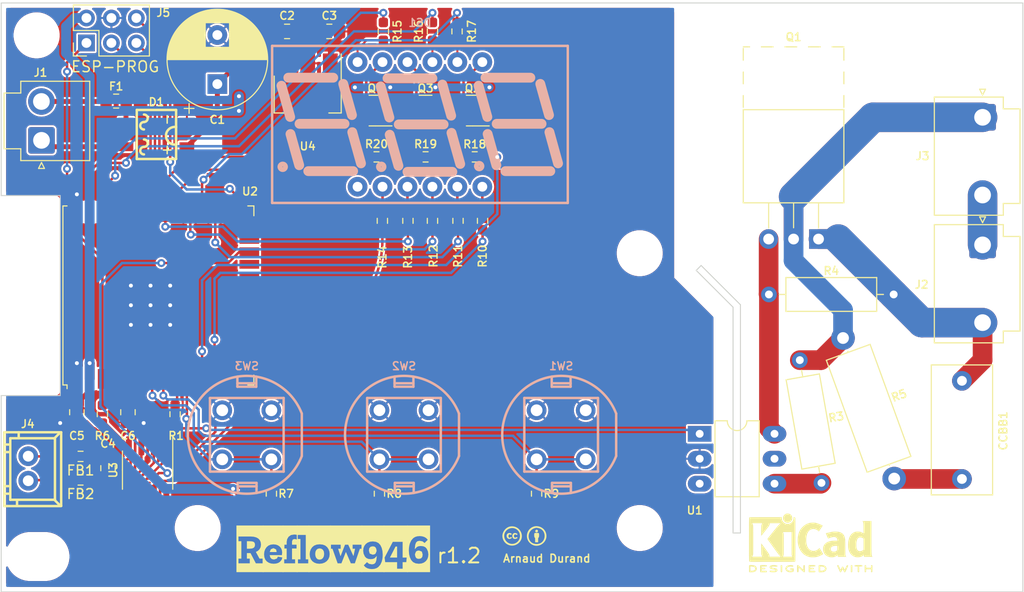
<source format=kicad_pcb>
(kicad_pcb (version 20240108) (generator "pcbnew") (generator_version "8.0")
  (layers (0 "F.Cu" signal) (31 "B.Cu" signal) (34 "B.Paste" user) (35 "F.Paste" user) (36 "B.SilkS" user "B.Silkscreen") (37 "F.SilkS" user "F.Silkscreen") (38 "B.Mask" user) (39 "F.Mask" user) (44 "Edge.Cuts" user))
  (net 0 "")
  (net 1 "Net-(D1-+)")
  (net 2 "Net-(U3-T+)")
  (net 3 "Net-(U3-T-)")
  (net 4 "/ENABLE")
  (net 5 "Net-(CCBB1-Pad1)")
  (net 6 "Net-(J2-Pin_2)")
  (net 7 "Net-(J1-Pin_1)")
  (net 8 "Net-(DS1-g)")
  (net 9 "Net-(DS1-d)")
  (net 10 "Net-(DS1-f)")
  (net 11 "Net-(DS1-DIG3)")
  (net 12 "Net-(DS1-c)")
  (net 13 "Net-(DS1-e)")
  (net 14 "GND")
  (net 15 "Net-(DS1-a)")
  (net 16 "+3.3V")
  (net 17 "Net-(DS1-DIG2)")
  (net 18 "Net-(DS1-b)")
  (net 19 "Net-(DS1-DIG1)")
  (net 20 "Net-(D1-Pad1)")
  (net 21 "Net-(DS1-dp)")
  (net 22 "Net-(J1-Pin_2)")
  (net 23 "Net-(J4-Pin_1)")
  (net 24 "Net-(J4-Pin_2)")
  (net 25 "Net-(R1-Pad2)")
  (net 26 "Net-(J2-Pin_1)")
  (net 28 "Net-(J3-Pin_1)")
  (net 29 "/TX")
  (net 30 "/RX")
  (net 31 "/IO0")
  (net 32 "Net-(Q1-G)")
  (net 33 "Net-(Q2-B)")
  (net 34 "Net-(Q3-B)")
  (net 35 "Net-(Q4-B)")
  (net 38 "/firingpulse")
  (net 39 "/d2")
  (net 40 "/button3")
  (net 41 "/button2")
  (net 42 "/button1")
  (net 43 "/e")
  (net 50 "/d")
  (net 52 "/dp")
  (net 54 "/c")
  (net 55 "/g")
  (net 56 "/b")
  (net 57 "/f")
  (net 58 "/a")
  (net 60 "/d3")
  (net 61 "/d1")
  (net 62 "/MISO")
  (net 63 "/CLK")
  (net 64 "/CS")
  (net 68 "Net-(R3-Pad1)")
  (footprint "kibuzzard-632CED8E" (layer "F.Cu") (at 133.8 125.61488)
    (property "Reference" "kibuzzard-632CED8E" (hide yes))
    (property "Value" "G***" (hide yes))
  )
  (footprint "Connector_PinHeader_2.54mm:PinHeader_2x03_P2.54mm_Vertical" (layer "F.Cu") (at 108.675 74.075 90)
    (property "Reference" "J5")
    (property "Value" "HDR-M-2.54_2x3" (hide yes))
  )
  (footprint "reflow946:MB-F" (layer "F.Cu") (at 115.8 83.4)
    (property "Reference" "D1")
    (property "Value" "MB6F" (hide yes))
  )
  (footprint "RF_Module:ESP32-WROOM-32U" (layer "F.Cu") (at 116 99.8 90)
    (property "Reference" "U2")
    (property "Value" "ESP32-WROOM-32U" (hide yes))
  )
  (footprint "reflow946:MountingHole_4.5x6mm" (layer "F.Cu") (at 103.7 126.4)
    (property "Reference" "REF**" (hide yes))
    (property "Value" "MountingHole_4.5x6mm" (hide yes))
  )
  (footprint "Resistor_SMD:R_0603_1608Metric_Pad0.98x0.95mm_HandSolder" (layer "F.Cu") (at 143.9 92.2 90)
    (property "Reference" "R12")
    (property "Value" "220R" (hide yes))
  )
  (footprint "Capacitor_SMD:C_0805_2012Metric_Pad1.18x1.45mm_HandSolder" (layer "F.Cu") (at 112.9 111.7 90)
    (property "Reference" "C6")
    (property "Value" "0.01u" (hide yes))
  )
  (footprint "Capacitor_SMD:C_0805_2012Metric_Pad1.18x1.45mm_HandSolder" (layer "F.Cu") (at 133.4 72.9)
    (property "Reference" "C3")
    (property "Value" "10u" (hide yes))
  )
  (footprint "Resistor_SMD:R_0603_1608Metric_Pad0.98x0.95mm_HandSolder" (layer "F.Cu") (at 154.5 120 -90)
    (property "Reference" "R9")
    (property "Value" "10k" (hide yes))
  )
  (footprint "Capacitor_SMD:C_0805_2012Metric_Pad1.18x1.45mm_HandSolder" (layer "F.Cu") (at 107.7 111.7 90)
    (property "Reference" "C5")
    (property "Value" "10u" (hide yes))
  )
  (footprint "reflow946:MountingHole_4.2mm" (layer "F.Cu") (at 165 95.5)
    (property "Reference" "REF**" (hide yes))
    (property "Value" "MountingHole_4.2mm" (hide yes))
  )
  (footprint "Resistor_SMD:R_0603_1608Metric_Pad0.98x0.95mm_HandSolder" (layer "F.Cu") (at 108.077 116.2 180)
    (property "Reference" "FB1")
    (property "Value" "FerriteBead")
  )
  (footprint "Resistor_SMD:R_0603_1608Metric_Pad0.98x0.95mm_HandSolder" (layer "F.Cu") (at 108.077 118.6 180)
    (property "Reference" "FB2")
    (property "Value" "FerriteBead")
  )
  (footprint "Resistor_SMD:R_0603_1608Metric_Pad0.98x0.95mm_HandSolder" (layer "F.Cu") (at 117.7 111.9 -90)
    (property "Reference" "R1")
    (property "Value" "220R" (hide yes))
  )
  (footprint "Resistor_SMD:R_0603_1608Metric_Pad0.98x0.95mm_HandSolder" (layer "F.Cu") (at 146.4 72.9 -90)
    (property "Reference" "R17")
    (property "Value" "220R" (hide yes))
  )
  (footprint "Symbol:KiCad-Logo2_5mm_SilkScreen" (layer "F.Cu") (at 182.4 125)
    (property "Reference" "REF**" (hide yes))
    (property "Value" "KiCad-Logo2_5mm_SilkScreen" (hide yes))
  )
  (footprint "reflow946:CONN-TH_XH-2A" (layer "F.Cu") (at 102.75 117.43 -90)
    (property "Reference" "J4")
    (property "Value" "XH-A2" (hide yes))
  )
  (footprint "Resistor_SMD:R_0603_1608Metric_Pad0.98x0.95mm_HandSolder" (layer "F.Cu") (at 143.9 72.9 -90)
    (property "Reference" "R16")
    (property "Value" "220R" (hide yes))
  )
  (footprint "Capacitor_THT:CP_Radial_D10.0mm_P5.00mm" (layer "F.Cu") (at 122 78.267677 90)
    (property "Reference" "C1")
    (property "Value" "1000u" (hide yes))
  )
  (footprint "Resistor_SMD:R_0603_1608Metric_Pad0.98x0.95mm_HandSolder" (layer "F.Cu") (at 141.4 92.2 90)
    (property "Reference" "R13")
    (property "Value" "220R" (hide yes))
  )
  (footprint "Connector_JST:JST_VH_B2P3-VH_1x02_P7.92mm_Vertical" (layer "F.Cu") (at 199.9 94.65 -90)
    (property "Reference" "J2")
    (property "Value" "VH-3A2" (hide yes))
  )
  (footprint "Package_TO_SOT_SMD:SOT-223-3_TabPin2" (layer "F.Cu") (at 131.2 79.3 -90)
    (property "Reference" "U4")
    (property "Value" "AMS1117-3.3" (hide yes))
  )
  (footprint "Connector_JST:JST_VH_B2P3-VH_1x02_P7.92mm_Vertical" (layer "F.Cu") (at 199.9 81.65 -90)
    (property "Reference" "J3")
    (property "Value" "VH-3A2" (hide yes))
  )
  (footprint "Resistor_THT:R_Axial_DIN0414_L11.9mm_D4.5mm_P15.24mm_Horizontal" (layer "F.Cu") (at 190.906194 118.460458 110)
    (property "Reference" "R5")
    (property "Value" "100R" (hide yes))
  )
  (footprint "Capacitor_SMD:C_0805_2012Metric_Pad1.18x1.45mm_HandSolder" (layer "F.Cu") (at 129.1 72.9 180)
    (property "Reference" "C2")
    (property "Value" "10u" (hide yes))
  )
  (footprint "Capacitor_SMD:C_0805_2012Metric_Pad1.18x1.45mm_HandSolder" (layer "F.Cu") (at 110.871 117.4 -90)
    (property "Reference" "C4")
    (property "Value" "0.01u" (hide yes))
  )
  (footprint "Package_TO_SOT_SMD:SOT-23" (layer "F.Cu") (at 143.2 80.968344 180)
    (property "Reference" "Q3")
    (property "Value" "MMBT3906" (hide yes))
  )
  (footprint "reflow946:MountingHole_4.2mm" (layer "F.Cu") (at 120 123.5)
    (property "Reference" "REF**" (hide yes))
    (property "Value" "MountingHole_4.2mm" (hide yes))
  )
  (footprint "Resistor_SMD:R_0603_1608Metric_Pad0.98x0.95mm_HandSolder" (layer "F.Cu") (at 148.2 85.683858 180)
    (property "Reference" "R18")
    (property "Value" "1k" (hide yes))
  )
  (footprint "Package_DIP:DIP-6_W7.62mm_LongPads" (layer "F.Cu") (at 171.1 113.9)
    (property "Reference" "U1")
    (property "Value" "MOC3041M" (hide yes))
  )
  (footprint "Resistor_THT:R_Axial_DIN0309_L9.0mm_D3.2mm_P12.70mm_Horizontal" (layer "F.Cu") (at 178.15 99.7)
    (property "Reference" "R4")
    (property "Value" "330R" (hide yes))
  )
  (footprint "Resistor_SMD:R_0603_1608Metric_Pad0.98x0.95mm_HandSolder" (layer "F.Cu") (at 143.2 85.683858)
    (property "Reference" "R19")
    (property "Value" "1k" (hide yes))
  )
  (footprint "Resistor_SMD:R_0603_1608Metric_Pad0.98x0.95mm_HandSolder" (layer "F.Cu") (at 138.9 72.9 -90)
    (property "Reference" "R15")
    (property "Value" "220R" (hide yes))
  )
  (footprint "Package_TO_SOT_SMD:SOT-23" (layer "F.Cu") (at 138.1 80.968344 180)
    (property "Reference" "Q4")
    (property "Value" "MMBT3906" (hide yes))
  )
  (footprint "reflow946:MountingHole_4.2mm" (layer "F.Cu") (at 194.6 73.3)
    (property "Reference" "REF**" (hide yes))
    (property "Value" "MountingHole_4.2mm" (hide yes))
  )
  (footprint "Resistor_SMD:R_0603_1608Metric_Pad0.98x0.95mm_HandSolder" (layer "F.Cu") (at 138.8 92.2 90)
    (property "Reference" "R14")
    (property "Value" "220R" (hide yes))
  )
  (footprint "Connector_JST:JST_VH_B2P-VH_1x02_P3.96mm_Vertical" (layer "F.Cu") (at 104.1 84 90)
    (property "Reference" "J1")
    (property "Value" "VH-2A" (hide yes))
  )
  (footprint "reflow946:MountingHole_4.5x6mm" (layer "F.Cu") (at 194.6 126.4)
    (property "Reference" "REF**" (hide yes))
    (property "Value" "MountingHole_4.5x6mm" (hide yes))
  )
  (footprint "Resistor_THT:R_Axial_DIN0309_L9.0mm_D3.2mm_P12.70mm_Horizontal" (layer "F.Cu") (at 183.5 118.9 100)
    (property "Reference" "R3")
    (property "Value" "30R" (hide yes))
  )
  (footprint "Package_TO_SOT_SMD:SOT-23" (layer "F.Cu") (at 148 80.968344 180)
    (property "Reference" "Q2")
    (property "Value" "MMBT3906" (hide yes))
  )
  (footprint "reflow946:MountingHole_4.2mm" (layer "F.Cu") (at 165 123.5)
    (property "Reference" "REF**" (hide yes))
    (property "Value" "MountingHole_4.2mm" (hide yes))
  )
  (footprint "Fuse:Fuse_0805_2012Metric_Pad1.15x1.40mm_HandSolder" (layer "F.Cu") (at 111.7 80)
    (property "Reference" "F1")
    (property "Value" "SMD0805-020-16V" (hide yes))
  )
  (footprint "Resistor_SMD:R_0603_1608Metric_Pad0.98x0.95mm_HandSolder" (layer "F.Cu") (at 127.5 120 -90)
    (property "Reference" "R7")
    (property "Value" "10k" (hide yes))
  )
  (footprint "Resistor_SMD:R_0603_1608Metric_Pad0.98x0.95mm_HandSolder" (layer "F.Cu") (at 138.2 85.683858)
    (property "Reference" "R20")
    (property "Value" "1k" (hide yes))
  )
  (footprint "Package_TO_SOT_THT:TO-220-3_Horizontal_TabUp" (layer "F.Cu") (at 183.2 94.055 180)
    (property "Reference" "Q1")
    (property "Value" "BTA16-600BRG" (hide yes))
  )
  (footprint "Package_SO:SOIC-8_3.9x4.9mm_P1.27mm" (layer "F.Cu") (at 114.9 117.6 -90)
    (property "Reference" "U3")
    (property "Value" "MAX31855KASA" (hide yes))
  )
  (footprint "Resistor_SMD:R_0603_1608Metric_Pad0.98x0.95mm_HandSolder" (layer "F.Cu") (at 146.5 92.2 90)
    (property "Reference" "R11")
    (property "Value" "220R" (hide yes))
  )
  (footprint "Resistor_SMD:R_0603_1608Metric_Pad0.98x0.95mm_HandSolder" (layer "F.Cu") (at 138.5 120 -90)
    (property "Reference" "R8")
    (property "Value" "10k" (hide yes))
  )
  (footprint "Resistor_SMD:R_0603_1608Metric_Pad0.98x0.95mm_HandSolder" (layer "F.Cu") (at 149 92.2 90)
    (property "Reference" "R10")
    (property "Value" "220R" (hide yes))
  )
  (footprint "reflow946:MountingHole_4.2mm" (layer "F.Cu") (at 103.6 73.3)
    (property "Reference" "REF**" (hide yes))
    (property "Value" "MountingHole_4.2mm" (hide yes))
  )
  (footprint "Resistor_SMD:R_0603_1608Metric_Pad0.98x0.95mm_HandSolder" (layer "F.Cu") (at 110.3 111.9 -90)
    (property "Reference" "R6")
    (property "Value" "10k" (hide yes))
  )
  (footprint "Capacitor_THT:C_Rect_L13.0mm_W6.0mm_P10.00mm_FKS3_FKP3_MKS4" (layer "F.Cu") (at 197.8 118.5 90)
    (property "Reference" "CCBB1")
    (property "Value" "100n" (hide yes))
  )
  (footprint "reflow946:FJ4301BH" (layer "B.Cu") (at 142.625 82.37513 180)
    (property "Reference" "DS1")
    (property "Value" "FJ4301BH" (hide yes))
  )
  (footprint "reflow946:SW-TH_D6C10F1LFS" (layer "B.Cu") (at 125 114 180)
    (property "Reference" "SW3")
    (property "Value" "SW_Push" (hide yes))
  )
  (footprint "reflow946:SW-TH_D6C10F1LFS" (layer "B.Cu") (at 141 114 180)
    (property "Reference" "SW2")
    (property "Value" "SW_Push" (hide yes))
  )
  (footprint "reflow946:SW-TH_D6C10F1LFS" (layer "B.Cu") (at 157 114 180)
    (property "Reference" "SW1")
    (property "Value" "SW_Push" (hide yes))
  )
  (gr_poly (pts (xy 151.7124 124.00432) (xy 151.6616 124.01093) (xy 151.61283 124.02566) (xy 151.56863 124.04801) (xy 151.53155 124.07747) (xy 151.50158 124.11253) (xy 151.4777 124.15215) (xy 151.46094 124.19533) (xy 151.45027 124.24054) (xy 151.44621 124.28728) (xy 151.44875 124.33452) (xy 151.45687 124.38126) (xy 151.4711 124.42647) (xy 151.49142 124.46914) (xy 151.51733 124.50775) (xy 151.54933 124.54179) (xy 151.58641 124.57023) (xy 151.62959 124.59157) (xy 151.67735 124.60529) (xy 151.74593 124.60935) (xy 151.81349 124.59868) (xy 151.87496 124.57633) (xy 151.92576 124.54636) (xy 151.96132 124.51232) (xy 151.97656 124.47778) (xy 151.96691 124.44527) (xy 151.92779 124.41987) (xy 151.90493 124.41631) (xy 151.87902 124.42037) (xy 151.85362 124.43104) (xy 151.79419 124.47676) (xy 151.7571 124.48895) (xy 151.72307 124.48641) (xy 151.69259 124.47016) (xy 151.66719 124.4412) (xy 151.6489 124.40056) (xy 151.63874 124.34976) (xy 151.63874 124.28982) (xy 151.66211 124.20701) (xy 151.70884 124.15672) (xy 151.76828 124.14453) (xy 151.82873 124.17806) (xy 151.84651 124.19025) (xy 151.86785 124.19431) (xy 151.89172 124.19076) (xy 151.91915 124.17958) (xy 151.95116 124.15621) (xy 151.96691 124.13234) (xy 151.96741 124.10745) (xy 151.95471 124.08357) (xy 151.93135 124.06071) (xy 151.89833 124.0409) (xy 151.85819 124.02413) (xy 151.81247 124.01194) (xy 151.76371 124.00483)) (fill solid) (layer "F.SilkS"))
  (gr_poly (pts (xy 154.4937 123.30684) (xy 154.43883 123.30785) (xy 154.38397 123.31192) (xy 154.32911 123.31903) (xy 154.27526 123.33021) (xy 154.21989 123.34494) (xy 154.16604 123.36272) (xy 154.11422 123.38253) (xy 154.06444 123.40539) (xy 154.01618 123.43079) (xy 153.97046 123.45822) (xy 153.92626 123.48819) (xy 153.84447 123.55423) (xy 153.77081 123.62789) (xy 153.73729 123.66752) (xy 153.67683 123.75083) (xy 153.64991 123.79452) (xy 153.60317 123.88596) (xy 153.56558 123.98146) (xy 153.53815 124.08001) (xy 153.52748 124.13031) (xy 153.51986 124.1806) (xy 153.51224 124.28321) (xy 153.51349 124.35992) (xy 153.6875 124.35992) (xy 153.69004 124.27559) (xy 153.7002 124.19127) (xy 153.70833 124.1491) (xy 153.73119 124.06681) (xy 153.76218 123.98603) (xy 153.80129 123.90831) (xy 153.84905 123.83414) (xy 153.90442 123.76455) (xy 153.96843 123.70003) (xy 154.04107 123.6411) (xy 154.08019 123.61418) (xy 154.12133 123.58929) (xy 154.16502 123.56592) (xy 154.21074 123.54458) (xy 154.30777 123.50851) (xy 154.35959 123.49378) (xy 154.46931 123.47143) (xy 154.52265 123.47753) (xy 154.6334 123.49429) (xy 154.735 123.51664) (xy 154.78275 123.53087) (xy 154.82847 123.54763) (xy 154.91331 123.58776) (xy 154.99001 123.63551) (xy 155.05809 123.68987) (xy 155.11854 123.75083) (xy 155.14597 123.78334) (xy 155.19372 123.85192) (xy 155.21506 123.88799) (xy 155.25113 123.96317) (xy 155.27957 124.04141) (xy 155.29989 124.12218) (xy 155.30751 124.16282) (xy 155.31615 124.24562) (xy 155.31717 124.32893) (xy 155.31056 124.41225) (xy 155.29634 124.49454) (xy 155.275 124.57481) (xy 155.24554 124.65253) (xy 155.20896 124.72721) (xy 155.16527 124.79782) (xy 155.14089 124.83135) (xy 155.08603 124.89434) (xy 155.05605 124.9238) (xy 154.99052 124.97765) (xy 154.91788 125.02439) (xy 154.83812 125.0635) (xy 154.79545 125.07976) (xy 154.70553 125.10516) (xy 154.65778 125.11481) (xy 154.60851 125.12141) (xy 154.55771 125.12548) (xy 154.50487 125.127) (xy 154.44849 125.12548) (xy 154.39413 125.12141) (xy 154.29151 125.10516) (xy 154.19703 125.07874) (xy 154.15283 125.06249) (xy 154.11067 125.04369) (xy 154.03193 125) (xy 153.99586 124.97562) (xy 153.92931 124.92075) (xy 153.89883 124.89129) (xy 153.84447 124.82728) (xy 153.79825 124.75769) (xy 153.75964 124.68403) (xy 153.72967 124.60681) (xy 153.70731 124.52655) (xy 153.69919 124.4854) (xy 153.68953 124.40209) (xy 153.6875 124.35992) (xy 153.51349 124.35992) (xy 153.51986 124.43765) (xy 153.52799 124.48895) (xy 153.53866 124.53975) (xy 153.55187 124.59005) (xy 153.56812 124.64034) (xy 153.58692 124.68961) (xy 153.60876 124.73838) (xy 153.63365 124.78613) (xy 153.66109 124.83287) (xy 153.69157 124.87859) (xy 153.72509 124.92279) (xy 153.76167 124.96597) (xy 153.80129 125.00813) (xy 153.84143 125.04623) (xy 153.92423 125.11481) (xy 153.96639 125.14478) (xy 154.05275 125.1966) (xy 154.14064 125.23775) (xy 154.18534 125.25502) (xy 154.27526 125.28143) (xy 154.36568 125.2982) (xy 154.4556 125.30582) (xy 154.54551 125.3048) (xy 154.63441 125.29566) (xy 154.72179 125.27788) (xy 154.80713 125.25299) (xy 154.88994 125.22047) (xy 154.96919 125.18085) (xy 155.04539 125.13462) (xy 155.11752 125.0823) (xy 155.18509 125.02439) (xy 155.24757 124.96089) (xy 155.30447 124.8918) (xy 155.35527 124.81865) (xy 155.39946 124.74092) (xy 155.43655 124.65913) (xy 155.46601 124.57328) (xy 155.4782 124.52959) (xy 155.48785 124.48489) (xy 155.50055 124.39294) (xy 155.5036 124.34621) (xy 155.50208 124.2507) (xy 155.49141 124.15367) (xy 155.46957 124.05461) (xy 155.43756 123.95454) (xy 155.41724 123.90425) (xy 155.39387 123.85345) (xy 155.36797 123.80569) (xy 155.33952 123.75896) (xy 155.30802 123.71476) (xy 155.27399 123.67209) (xy 155.23741 123.63094) (xy 155.19829 123.59233) (xy 155.15715 123.55576) (xy 155.06875 123.48921) (xy 155.02202 123.45975) (xy 154.97325 123.43231) (xy 154.92347 123.40742) (xy 154.87216 123.38507) (xy 154.82034 123.36526) (xy 154.767 123.34799) (xy 154.71315 123.33376) (xy 154.6588 123.32259) (xy 154.54907 123.30887)) (fill solid) (layer "F.SilkS"))
  (gr_poly (pts (xy 151.97707 123.32411) (xy 151.92271 123.32614) (xy 151.86785 123.33122) (xy 151.81197 123.33935) (xy 151.75405 123.35154) (xy 151.69767 123.3678) (xy 151.64229 123.38863) (xy 151.58794 123.41352) (xy 151.53511 123.44197) (xy 151.4838 123.47397) (xy 151.43452 123.50902) (xy 151.38677 123.54763) (xy 151.34156 123.58878) (xy 151.29838 123.63297) (xy 151.25774 123.67971) (xy 151.21964 123.72848) (xy 151.18408 123.77928) (xy 151.15157 123.8316) (xy 151.1221 123.88596) (xy 151.09569 123.94133) (xy 151.07333 123.99823) (xy 151.05403 124.05563) (xy 151.03828 124.11405) (xy 151.0266 124.17298) (xy 151.01898 124.23191) (xy 151.01581 124.31369) (xy 151.20287 124.31369) (xy 151.20338 124.26391) (xy 151.20694 124.21362) (xy 151.21405 124.16333) (xy 151.22472 124.11303) (xy 151.23894 124.06274) (xy 151.25672 124.01296) (xy 151.27857 123.96368) (xy 151.30397 123.91491) (xy 151.33394 123.86716) (xy 151.36747 123.81992) (xy 151.40353 123.77623) (xy 151.44265 123.73508) (xy 151.48431 123.69749) (xy 151.52901 123.66295) (xy 151.57524 123.63145) (xy 151.62401 123.60351) (xy 151.6743 123.57862) (xy 151.72611 123.55728) (xy 151.77945 123.5395) (xy 151.8333 123.52477) (xy 151.88817 123.5141) (xy 151.94354 123.50648) (xy 151.99942 123.50293) (xy 152.05479 123.50293) (xy 152.11016 123.50699) (xy 152.16553 123.51461) (xy 152.21938 123.52629) (xy 152.27272 123.54204) (xy 152.32505 123.56135) (xy 152.37585 123.58522) (xy 152.42614 123.61316) (xy 152.47389 123.64466) (xy 152.51809 123.67768) (xy 152.55923 123.71375) (xy 152.59733 123.75185) (xy 152.63188 123.79147) (xy 152.66337 123.83363) (xy 152.69233 123.87681) (xy 152.71722 123.92152) (xy 152.73957 123.96775) (xy 152.75888 124.01499) (xy 152.77463 124.06325) (xy 152.78783 124.11253) (xy 152.8046 124.21209) (xy 152.80917 124.31319) (xy 152.80663 124.36399) (xy 152.80155 124.41428) (xy 152.79291 124.46406) (xy 152.78174 124.51334) (xy 152.76751 124.56211) (xy 152.75075 124.60935) (xy 152.73043 124.65609) (xy 152.70757 124.70181) (xy 152.68166 124.74549) (xy 152.65271 124.78817) (xy 152.6207 124.82881) (xy 152.58616 124.86741) (xy 152.54857 124.90399) (xy 152.50843 124.93853) (xy 152.46525 124.97054) (xy 152.41903 125) (xy 152.37026 125.02642) (xy 152.31895 125.05029) (xy 152.26459 125.07112) (xy 152.20922 125.08789) (xy 152.15436 125.10059) (xy 152.1 125.10922) (xy 152.04666 125.11379) (xy 151.99383 125.11532) (xy 151.94201 125.11278) (xy 151.89071 125.10668) (xy 151.84092 125.09754) (xy 151.79215 125.08484) (xy 151.74491 125.0696) (xy 151.69868 125.05131) (xy 151.65398 125.02997) (xy 151.6108 125.00559) (xy 151.56965 124.97917) (xy 151.52952 124.95022) (xy 151.49193 124.91923) (xy 151.42131 124.85014) (xy 151.35985 124.77394) (xy 151.30701 124.69063) (xy 151.26434 124.60224) (xy 151.24707 124.55601) (xy 151.23234 124.50927) (xy 151.22015 124.46101) (xy 151.21151 124.41275) (xy 151.20541 124.36348) (xy 151.20287 124.31369) (xy 151.01581 124.31369) (xy 151.01644 124.35027) (xy 151.02203 124.40869) (xy 151.03066 124.46406) (xy 151.04184 124.51842) (xy 151.05555 124.57074) (xy 151.0901 124.67082) (xy 151.11042 124.71806) (xy 151.13328 124.76429) (xy 151.18459 124.85065) (xy 151.24351 124.93041) (xy 151.27552 124.96749) (xy 151.34461 125.03607) (xy 151.41928 125.09703) (xy 151.49904 125.14986) (xy 151.58286 125.19457) (xy 151.67074 125.23114) (xy 151.71595 125.24638) (xy 151.8079 125.26975) (xy 151.90239 125.28397) (xy 151.99789 125.28956) (xy 152.09441 125.28499) (xy 152.19093 125.27127) (xy 152.23919 125.26061) (xy 152.28695 125.2474) (xy 152.38143 125.21336) (xy 152.47389 125.16866) (xy 152.56381 125.11329) (xy 152.60749 125.08179) (xy 152.65067 125.04725) (xy 152.69233 125.01016) (xy 152.73195 124.97105) (xy 152.76853 124.93091) (xy 152.80257 124.88977) (xy 152.83355 124.84811) (xy 152.862 124.80544) (xy 152.8874 124.76226) (xy 152.91026 124.71806) (xy 152.94785 124.62865) (xy 152.97529 124.53721) (xy 152.99256 124.44476) (xy 153.00018 124.3523) (xy 152.99865 124.25985) (xy 152.99459 124.21362) (xy 152.97986 124.12269) (xy 152.95649 124.03379) (xy 152.92449 123.94692) (xy 152.9062 123.90475) (xy 152.86302 123.82297) (xy 152.81222 123.74524) (xy 152.75481 123.67158) (xy 152.69081 123.60351) (xy 152.62019 123.54153) (xy 152.54349 123.48616) (xy 152.4617 123.43739) (xy 152.37381 123.39675) (xy 152.3286 123.37948) (xy 152.28136 123.36424) (xy 152.18433 123.34087) (xy 152.13404 123.33275) (xy 152.08273 123.32716) (xy 152.03041 123.32411)) (fill solid) (layer "F.SilkS"))
  (gr_poly (pts (xy 152.29965 124.00585) (xy 152.25088 124.00788) (xy 152.20516 124.01702) (xy 152.16452 124.03328) (xy 152.1188 124.06477) (xy 152.08222 124.10541) (xy 152.05479 124.15317) (xy 152.03549 124.20651) (xy 152.02533 124.2634) (xy 152.02329 124.32182) (xy 152.0299 124.37923) (xy 152.04514 124.4346) (xy 152.06851 124.4854) (xy 152.1 124.52959) (xy 152.13963 124.56566) (xy 152.18738 124.59106) (xy 152.23259 124.60325) (xy 152.28136 124.60783) (xy 152.33165 124.60579) (xy 152.38093 124.59767) (xy 152.42817 124.58497) (xy 152.47084 124.56871) (xy 152.50691 124.5489) (xy 152.53434 124.52705) (xy 152.55161 124.50419) (xy 152.55619 124.48133) (xy 152.54653 124.45898) (xy 152.52012 124.43815) (xy 152.49116 124.42647) (xy 152.4617 124.42495) (xy 152.43122 124.43307) (xy 152.34994 124.47371) (xy 152.30676 124.47829) (xy 152.26866 124.4666) (xy 152.23716 124.44019) (xy 152.21379 124.40209) (xy 152.20059 124.35281) (xy 152.19805 124.29439) (xy 152.20821 124.22886) (xy 152.24681 124.17653) (xy 152.31336 124.14859) (xy 152.38042 124.15012) (xy 152.42106 124.18619) (xy 152.4302 124.20092) (xy 152.44646 124.20549) (xy 152.47084 124.19939) (xy 152.50539 124.18314) (xy 152.54603 124.15977) (xy 152.56076 124.14148) (xy 152.55111 124.11913) (xy 152.51758 124.08408) (xy 152.48456 124.05715) (xy 152.44392 124.03582) (xy 152.3982 124.02007) (xy 152.34943 124.00991)) (fill solid) (layer "F.SilkS"))
  (gr_poly (pts (xy 154.50487 123.98705) (xy 154.43121 123.98857) (xy 154.36517 123.99416) (xy 154.31387 124.0028) (xy 154.28593 124.0155) (xy 154.26916 124.04953) (xy 154.25849 124.10745) (xy 154.25341 124.18009) (xy 154.25443 124.25934) (xy 154.26002 124.33655) (xy 154.27069 124.40412) (xy 154.28542 124.45238) (xy 154.30472 124.47422) (xy 154.33012 124.48743) (xy 154.34435 124.52096) (xy 154.35044 124.59259) (xy 154.35197 124.95174) (xy 154.65778 124.95174) (xy 154.6588 124.59259) (xy 154.66489 124.52096) (xy 154.67912 124.48743) (xy 154.70452 124.47422) (xy 154.72382 124.45238) (xy 154.73906 124.40412) (xy 154.74922 124.33655) (xy 154.75532 124.25934) (xy 154.75583 124.18009) (xy 154.75075 124.10745) (xy 154.74059 124.04953) (xy 154.72331 124.0155) (xy 154.69537 124.0028) (xy 154.64457 123.99416) (xy 154.57853 123.98857)) (fill solid) (layer "F.SilkS"))
  (gr_poly (pts (xy 154.48913 123.6665) (xy 154.4429 123.68225) (xy 154.40175 123.71832) (xy 154.36771 123.76709) (xy 154.35451 123.80569) (xy 154.36213 123.84329) (xy 154.38905 123.88901) (xy 154.44442 123.93168) (xy 154.51453 123.93981) (xy 154.58209 123.91542) (xy 154.63086 123.86056) (xy 154.64508 123.80773) (xy 154.63797 123.75947) (xy 154.61511 123.71832) (xy 154.57955 123.68733) (xy 154.53637 123.66904)) (fill solid) (layer "F.SilkS"))
  (gr_line (start 174.50074 101.0007) (end 174.50074 124.00039) (stroke (width 0.1)) (layer "Edge.Cuts"))
  (gr_line (start 100 129.99987) (end 100 109.99999) (stroke (width 0.1)) (layer "Edge.Cuts"))
  (gr_line (start 174.50074 124.00039) (end 175.25004 124.00039) (stroke (width 0.1)) (layer "Edge.Cuts"))
  (gr_line (start 171.24954 96.74873) (end 170.74915 97.24912) (stroke (width 0.1)) (layer "Edge.Cuts"))
  (gr_line (start 100 109.99999) (end 105.99998 109.99999) (stroke (width 0.1)) (layer "Edge.Cuts"))
  (gr_line (start 100 89.625) (end 100 70) (stroke (width 0.1)) (layer "Edge.Cuts"))
  (gr_line (start 204.00029 129.99987) (end 100 129.99987) (stroke (width 0.1)) (layer "Edge.Cuts"))
  (gr_line (start 105.99998 109.99999) (end 105.99998 89.625) (stroke (width 0.1)) (layer "Edge.Cuts"))
  (gr_line (start 204.00029 70) (end 204.00029 129.99987) (stroke (width 0.1)) (layer "Edge.Cuts"))
  (gr_line (start 100 70) (end 204.00029 70) (stroke (width 0.1)) (layer "Edge.Cuts"))
  (gr_line (start 175.25004 124.00039) (end 175.25004 100.74923) (stroke (width 0.1)) (layer "Edge.Cuts"))
  (gr_line (start 105.99998 89.625) (end 100 89.625) (stroke (width 0.1)) (layer "Edge.Cuts"))
  (gr_line (start 170.74915 97.24912) (end 174.50074 101.0007) (stroke (width 0.1)) (layer "Edge.Cuts"))
  (gr_line (start 175.25004 100.74923) (end 171.24954 96.74873) (stroke (width 0.1)) (layer "Edge.Cuts"))
  (gr_text "Arnaud Durand" (at 151 126.6 0) (layer "F.SilkS") (effects (font (size 0.8 0.8)) (justify left)))
  (gr_text "ESP-PROG" (at 111.6 76.5 0) (layer "F.SilkS") (effects (font (size 1.1 1.1))))
  (gr_text "r1.2" (at 146.6 126.31618 0) (layer "F.SilkS") (effects (font (size 1.5 1.5) (thickness 0.2))))
  (segment (start 130.1375 73.2625) (end 130.1375 72.9) (width 0.5) (layer "F.Cu") (net 1))
  (segment (start 124.117677 76.15) (end 122 78.267677) (width 0.5) (layer "F.Cu") (net 1))
  (segment (start 122 81.55) (end 118.9 84.65) (width 0.5) (layer "F.Cu") (net 1))
  (segment (start 128.9 76.15) (end 124.117677 76.15) (width 0.5) (layer "F.Cu") (net 1))
  (segment (start 128.9 76.15) (end 128.9 74.5) (width 0.5) (layer "F.Cu") (net 1))
  (segment (start 122 78.267677) (end 122 81.55) (width 0.5) (layer "F.Cu") (net 1))
  (segment (start 128.9 74.5) (end 130.1375 73.2625) (width 0.5) (layer "F.Cu") (net 1))
  (segment (start 111.95 116.55) (end 111.9 116.5) (width 0.25) (layer "F.Cu") (net 2))
  (segment (start 111.9 116.5) (end 111.0085 116.5) (width 0.25) (layer "F.Cu") (net 2))
  (segment (start 111.3485 116.84) (end 110.871 116.3625) (width 0.2) (layer "F.Cu") (net 2))
  (segment (start 112.72 116.65) (end 112.72 116.82) (width 0.25) (layer "F.Cu") (net 2))
  (segment (start 112.45 117) (end 112.4 117) (width 0.25) (layer "F.Cu") (net 2))
  (segment (start 111.0085 116.5) (end 110.871 116.3625) (width 0.25) (layer "F.Cu") (net 2))
  (segment (start 109.152 116.3625) (end 108.9895 116.2) (width 0.2) (layer "F.Cu") (net 2))
  (segment (start 112.54 117) (end 112.45 117) (width 0.25) (layer "F.Cu") (net 2))
  (segment (start 113.911447 116.888553) (end 113.8 117) (width 0.25) (layer "F.Cu") (net 2))
  (segment (start 113.17 117.45) (end 113.17 117.18) (width 0.25) (layer "F.Cu") (net 2))
  (segment (start 112.99 116.47) (end 112.9 116.47) (width 0.25) (layer "F.Cu") (net 2))
  (segment (start 114.265 115.125) (end 114.265 116.535) (width 0.25) (layer "F.Cu") (net 2))
  (segment (start 112.4 117) (end 111.95 116.55) (width 0.25) (layer "F.Cu") (net 2))
  (segment (start 110.871 116.3625) (end 109.152 116.3625) (width 0.25) (layer "F.Cu") (net 2))
  (segment (start 113.62 117.18) (end 113.62 117.45) (width 0.25) (layer "F.Cu") (net 2))
  (segment (start 114.265 116.535) (end 113.911447 116.888553) (width 0.25) (layer "F.Cu") (net 2))
  (segment (start 113.44 117.63) (end 113.35 117.63) (width 0.25) (layer "F.Cu") (net 2))
  (segment (start 113.17 117.18) (end 113.17 116.65) (width 0.25) (layer "F.Cu") (net 2))
  (arc (start 113.62 117.45) (mid 113.567279 117.577279) (end 113.44 117.63) (width 0.25) (layer "F.Cu") (net 2))
  (arc (start 113.35 117.63) (mid 113.222721 117.577279) (end 113.17 117.45) (width 0.25) (layer "F.Cu") (net 2))
  (arc (start 113.8 117) (mid 113.672721 117.052721) (end 113.62 117.18) (width 0.25) (layer "F.Cu") (net 2))
  (arc (start 113.17 116.65) (mid 113.117279 116.522721) (end 112.99 116.47) (width 0.25) (layer "F.Cu") (net 2))
  (arc (start 112.9 116.47) (mid 112.772721 116.522721) (end 112.72 116.65) (width 0.25) (layer "F.Cu") (net 2))
  (arc (start 112.72 116.82) (mid 112.667279 116.947279) (end 112.54 117) (width 0.25) (layer "F.Cu") (net 2))
  (segment (start 115 117.4) (end 114.463604 117.4) (width 0.25) (layer "F.Cu") (net 3))
  (segment (start 111.1985 118.11) (end 110.871 118.4375) (width 0.2) (layer "F.Cu") (net 3))
  (segment (start 114.463604 117.4) (end 113.426104 118.4375) (width 0.25) (layer "F.Cu") (net 3))
  (segment (start 109.17 118.4375) (end 108.9895 118.618) (width 0.2) (layer "F.Cu") (net 3))
  (segment (start 115.535 116.865) (end 115 117.4) (width 0.25) (layer "F.Cu") (net 3))
  (segment (start 113.426104 118.4375) (end 110.871 118.4375) (width 0.25) (layer "F.Cu") (net 3))
  (segment (start 110.871 118.4375) (end 109.17 118.4375) (width 0.25) (layer "F.Cu") (net 3))
  (segment (start 115.535 115.125) (end 115.535 116.865) (width 0.25) (layer "F.Cu") (net 3))
  (segment (start 106.7 77) (end 106.7 76.05) (width 0.25) (layer "F.Cu") (net 4))
  (segment (start 110.3 96.1) (end 106.7 92.5) (width 0.25) (layer "F.Cu") (net 4))
  (segment (start 110.3 110.9875) (end 110.3 96.1) (width 0.25) (layer "F.Cu") (net 4))
  (segment (start 106.7 76.05) (end 108.675 74.075) (width 0.25) (layer "F.Cu") (net 4))
  (segment (start 110.625 110.6625) (end 110.3 110.9875) (width 0.25) (layer "F.Cu") (net 4))
  (segment (start 112.9 110.6625) (end 110.625 110.6625) (width 0.25) (layer "F.Cu") (net 4))
  (segment (start 106.7 92.5) (end 106.7 86.9) (width 0.25) (layer "F.Cu") (net 4))
  (via (at 106.7 77) (size 0.8) (drill 0.4) (layers "F.Cu" "B.Cu") (net 4))
  (via (at 106.7 86.9) (size 0.8) (drill 0.4) (layers "F.Cu" "B.Cu") (net 4))
  (segment (start 106.7 86.9) (end 106.7 77) (width 0.25) (layer "B.Cu") (net 4))
  (segment (start 190.945736 118.5) (end 190.906194 118.460458) (width 2) (layer "F.Cu") (net 5))
  (segment (start 197.8 118.5) (end 190.945736 118.5) (width 2) (layer "F.Cu") (net 5))
  (segment (start 183.2 94.055) (end 185.205 94.055) (width 2) (layer "F.Cu") (net 6))
  (segment (start 199.9 102.57) (end 193.72 102.57) (width 3) (layer "F.Cu") (net 6))
  (segment (start 193.72 102.57) (end 190.85 99.7) (width 3) (layer "F.Cu") (net 6))
  (segment (start 185.205 94.055) (end 190.85 99.7) (width 3) (layer "F.Cu") (net 6))
  (segment (start 199.9 102.57) (end 199.9 106.4) (width 2) (layer "F.Cu") (net 6))
  (segment (start 199.9 106.4) (end 197.8 108.5) (width 2) (layer "F.Cu") (net 6))
  (segment (start 199.9 102.57) (end 193.72 102.57) (width 3) (layer "B.Cu") (net 6))
  (segment (start 193.72 102.57) (end 185.205 94.055) (width 3) (layer "B.Cu") (net 6))
  (segment (start 185.205 94.055) (end 183.2 94.055) (width 2) (layer "B.Cu") (net 6))
  (segment (start 112.7 84.65) (end 104.75 84.65) (width 0.5) (layer "F.Cu") (net 7))
  (segment (start 104.75 84.65) (end 104.1 84) (width 0.5) (layer "F.Cu") (net 7))
  (segment (start 138.815 91.2725) (end 138.8 91.2875) (width 0.25) (layer "F.Cu") (net 8))
  (segment (start 138.815 88.72513) (end 138.815 91.2725) (width 0.25) (layer "F.Cu") (net 8))
  (segment (start 146.435 88.72513) (end 146.435 91.2225) (width 0.25) (layer "F.Cu") (net 9))
  (segment (start 146.435 91.2225) (end 146.5 91.2875) (width 0.25) (layer "F.Cu") (net 9))
  (segment (start 143.895 73.8175) (end 143.9 73.8125) (width 0.2) (layer "F.Cu") (net 10))
  (segment (start 143.895 76.02513) (end 143.895 73.8175) (width 0.2) (layer "F.Cu") (net 10))
  (segment (start 137.1625 77.67763) (end 138.815 76.02513) (width 0.25) (layer "F.Cu") (net 11))
  (segment (start 137.1625 80.968344) (end 137.1625 77.67763) (width 0.25) (layer "F.Cu") (net 11))
  (segment (start 141.355 88.72513) (end 141.355 91.2425) (width 0.25) (layer "F.Cu") (net 12))
  (segment (start 141.355 91.2425) (end 141.4 91.2875) (width 0.25) (layer "F.Cu") (net 12))
  (segment (start 148.975 88.72513) (end 148.975 91.2625) (width 0.25) (layer "F.Cu") (net 13))
  (segment (start 148.975 91.2625) (end 149 91.2875) (width 0.25) (layer "F.Cu") (net 13))
  (segment (start 133.5 74.5) (end 134.4375 73.5625) (width 0.5) (layer "F.Cu") (net 14))
  (segment (start 134.4375 73.5625) (end 134.4375 72.9) (width 0.5) (layer "F.Cu") (net 14))
  (segment (start 133.5 76.15) (end 133.5 74.5) (width 0.5) (layer "F.Cu") (net 14))
  (via (at 117.2 100.8) (size 0.8) (drill 0.4) (layers "F.Cu" "B.Cu") (net 14))
  (via (at 106 112.8) (size 0.8) (drill 0.4) (layers "F.Cu" "B.Cu") (net 14))
  (via (at 113.2 100.8) (size 0.8) (drill 0.4) (layers "F.Cu" "B.Cu") (net 14))
  (via (at 107.7 106.7) (size 0.8) (drill 0.4) (layers "F.Cu" "B.Cu") (net 14))
  (via (at 117.2 102.8) (size 0.8) (drill 0.4) (layers "F.Cu" "B.Cu") (net 14))
  (via (at 115.2 100.8) (size 0.8) (drill 0.4) (layers "F.Cu" "B.Cu") (net 14))
  (via (at 117.2 98.8) (size 0.8) (drill 0.4) (layers "F.Cu" "B.Cu") (net 14))
  (via (at 114.5 112.8) (size 0.8) (drill 0.4) (layers "F.Cu" "B.Cu") (net 14))
  (via (at 115.2 98.8) (size 0.8) (drill 0.4) (layers "F.Cu" "B.Cu") (net 14))
  (via (at 113.2 98.8) (size 0.8) (drill 0.4) (layers "F.Cu" "B.Cu") (net 14))
  (via (at 115.2 102.8) (size 0.8) (drill 0.4) (layers "F.Cu" "B.Cu") (net 14))
  (via (at 107.7 89.5) (size 0.8) (drill 0.4) (layers "F.Cu" "B.Cu") (net 14))
  (via (at 113.2 102.8) (size 0.8) (drill 0.4) (layers "F.Cu" "B.Cu") (net 14))
  (segment (start 146.435 76.02513) (end 146.435 73.8475) (width 0.2) (layer "F.Cu") (net 15))
  (segment (start 146.435 73.8475) (end 146.4 73.8125) (width 0.2) (layer "F.Cu") (net 15))
  (segment (start 125 120.9) (end 127.4875 120.9) (width 0.5) (layer "F.Cu") (net 16))
  (segment (start 109.015 108.3) (end 109.015 106.715) (width 1) (layer "F.Cu") (net 16))
  (segment (start 112.725 115.125) (end 112.995 115.125) (width 0.5) (layer "F.Cu") (net 16))
  (segment (start 110.4125 112.8125) (end 112.725 115.125) (width 0.5) (layer "F.Cu") (net 16))
  (segment (start 132.15 82.45) (end 131.2 82.45) (width 0.5) (layer "F.Cu") (net 16))
  (segment (start 109.015 109.485) (end 109.015 108.3) (width 0.5) (layer "F.Cu") (net 16))
  (segment (start 109.015 106.715) (end 109 106.7) (width 1) (layer "F.Cu") (net 16))
  (segment (start 131.2 76.15) (end 131.2 74.4) (width 0.5) (layer "F.Cu") (net 16))
  (segment (start 132.3625 73.2375) (end 132.3625 72.9) (width 0.5) (layer "F.Cu") (net 16))
  (segment (start 107.7 110.8) (end 107.7 110.6625) (width 0.5) (layer "F.Cu") (net 16))
  (segment (start 107.8375 110.6625) (end 109.015 109.485) (width 0.5) (layer "F.Cu") (net 16))
  (segment (start 109.7125 112.8125) (end 107.7 110.8) (width 0.5) (layer "F.Cu") (net 16))
  (segment (start 131.2 74.4) (end 132.3625 73.2375) (width 0.5) (layer "F.Cu") (net 16))
  (segment (start 107.7 110.6625) (end 107.8375 110.6625) (width 0.5) (layer "F.Cu") (net 16))
  (segment (start 138.5 120.9125) (end 127.5 120.9125) (width 0.5) (layer "F.Cu") (net 16))
  (segment (start 123.6 119.5) (end 125 120.9) (width 0.5) (layer "F.Cu") (net 16))
  (segment (start 127.4875 120.9) (end 127.5 120.9125) (width 0.5) (layer "F.Cu") (net 16))
  (segment (start 110.3 112.8125) (end 110.4125 112.8125) (width 0.5) (layer "F.Cu") (net 16))
  (segment (start 110.3 112.8125) (end 109.7125 112.8125) (width 0.5) (layer "F.Cu") (net 16))
  (segment (start 154.5 120.9125) (end 138.5 120.9125) (width 0.5) (layer "F.Cu") (net 16))
  (via (at 124.2 79.5) (size 0.8) (drill 0.4) (layers "F.Cu" "B.Cu") (net 16))
  (via (at 144.2 78.6) (size 0.8) (drill 0.4) (layers "F.Cu" "B.Cu") (net 16))
  (via (at 109 106.7) (size 0.8) (drill 0.4) (layers "F.Cu" "B.Cu") (net 16))
  (via (at 123.6 119.5) (size 0.8) (drill 0.4) (layers "F.Cu" "B.Cu") (net 16))
  (via (at 139.6 78.6) (size 0.8) (drill 0.4) (layers "F.Cu" "B.Cu") (net 16))
  (via (at 124.2 81) (size 0.8) (drill 0.4) (layers "F.Cu" "B.Cu") (net 16))
  (via (at 149.7 78.6) (size 0.8) (drill 0.4) (layers "F.Cu" "B.Cu") (net 16))
  (via (at 136 78.6) (size 0.8) (drill 0.4) (layers "F.Cu" "B.Cu") (net 16))
  (segment (start 124.2 81) (end 124.2 79.5) (width 1) (layer "B.Cu") (net 16))
  (segment (start 107.465 71.535) (end 108.675 71.535) (width 1) (layer "B.Cu") (net 16))
  (segment (start 149.7 78.6) (end 144.2 78.6) (width 0.8) (layer "B.Cu") (net 16))
  (segment (start 109 81) (end 124.2 81) (width 1) (layer "B.Cu") (net 16))
  (segment (start 109 85.9) (end 109 77.5) (width 1) (layer "B.Cu") (net 16))
  (segment (start 109 77.5) (end 106.6 75.1) (width 1) (layer "B.Cu") (net 16))
  (segment (start 106.6 72.4) (end 107.465 71.535) (width 1) (layer "B.Cu") (net 16))
  (segment (start 123.6 119.5) (end 116.7 119.5) (width 1) (layer "B.Cu") (net 16))
  (segment (start 139.6 78.6) (end 144.2 78.6) (width 0.8) (layer "B.Cu") (net 16))
  (segment (start 109 111.8) (end 109 106.7) (width 1) (layer "B.Cu") (net 16))
  (segment (start 136 78.6) (end 139.6 78.6) (width 0.8) (layer "B.Cu") (net 16))
  (segment (start 116.7 119.5) (end 109 111.8) (width 1) (layer "B.Cu") (net 16))
  (segment (start 106.6 75.1) (end 106.6 72.4) (width 1) (layer "B.Cu") (net 16))
  (segment (start 109 106.7) (end 109 85.9) (width 1) (layer "B.Cu") (net 16))
  (segment (start 142.2625 76.93263) (end 141.355 76.02513) (width 0.25) (layer "F.Cu") (net 17))
  (segment (start 142.2625 80.968344) (end 142.2625 76.93263) (width 0.25) (layer "F.Cu") (net 17))
  (segment (start 136.275 76.02513) (end 136.275 74.725) (width 0.2) (layer "F.Cu") (net 18))
  (segment (start 136.275 74.725) (end 137.1875 73.8125) (width 0.2) (layer "F.Cu") (net 18))
  (segment (start 137.1875 73.8125) (end 138.9 73.8125) (width 0.2) (layer "F.Cu") (net 18))
  (segment (start 147.0625 80.968344) (end 147.0625 77.93763) (width 0.25) (layer "F.Cu") (net 19))
  (segment (start 147.0625 77.93763) (end 148.975 76.02513) (width 0.25) (layer "F.Cu") (net 19))
  (segment (start 112.725 80) (end 112.7 80.025) (width 0.5) (layer "F.Cu") (net 20))
  (segment (start 112.7 80.025) (end 112.7 82.15) (width 0.5) (layer "F.Cu") (net 20))
  (segment (start 143.895 88.72513) (end 143.895 91.2825) (width 0.25) (layer "F.Cu") (net 21))
  (segment (start 143.895 91.2825) (end 143.9 91.2875) (width 0.25) (layer "F.Cu") (net 21))
  (segment (start 104.09005 80.04004) (end 110.63496 80.04004) (width 0.5) (layer "F.Cu") (net 22))
  (segment (start 110.63496 80.04004) (end 110.675 80) (width 0.5) (layer "F.Cu") (net 22))
  (segment (start 107.1645 116.2) (end 102.77 116.2) (width 0.25) (layer "F.Cu") (net 23))
  (segment (start 102.77 116.2) (end 102.75 116.18) (width 0.2) (layer "F.Cu") (net 23))
  (segment (start 107.1645 118.618) (end 102.812 118.618) (width 0.25) (layer "F.Cu") (net 24))
  (segment (start 102.812 118.618) (end 102.75 118.68) (width 0.2) (layer "F.Cu") (net 24))
  (segment (start 118.137347 113.337347) (end 117.7 112.9) (width 0.25) (layer "F.Cu") (net 25))
  (segment (start 120.862653 113.337347) (end 118.137347 113.337347) (width 0.25) (layer "F.Cu") (net 25))
  (segment (start 117.7 112.9) (end 117.7 112.8125) (width 0.25) (layer "F.Cu") (net 25))
  (via (at 120.862653 113.337347) (size 0.8) (drill 0.4) (layers "F.Cu" "B.Cu") (net 25))
  (segment (start 121.025306 113.5) (end 170.7 113.5) (width 0.25) (layer "B.Cu") (net 25))
  (segment (start 170.7 113.5) (end 171.1 113.9) (width 0.25) (layer "B.Cu") (net 25))
  (segment (start 120.862653 113.337347) (end 121.025306 113.5) (width 0.25) (layer "B.Cu") (net 25))
  (segment (start 199.9 94.65) (end 199.9 89.57) (width 3) (layer "F.Cu") (net 26))
  (segment (start 199.9 94.65) (end 199.9 89.57) (width 3) (layer "B.Cu") (net 26))
  (segment (start 181.294668 106.392942) (end 183.440407 106.392942) (width 2) (layer "F.Cu") (net 28))
  (segment (start 188.74832 81.65168) (end 199.9 81.65168) (width 3) (layer "F.Cu") (net 28))
  (segment (start 180.66 94.055) (end 180.66 89.74) (width 2) (layer "F.Cu") (net 28))
  (segment (start 180.66 89.74) (end 188.74832 81.65168) (width 3) (layer "F.Cu") (net 28))
  (segment (start 183.440407 106.392942) (end 185.693807 104.139542) (width 2) (layer "F.Cu") (net 28))
  (segment (start 180.66 94.055) (end 180.66 89.74) (width 2) (layer "B.Cu") (net 28))
  (segment (start 188.74832 81.65168) (end 199.9 81.65168) (width 3) (layer "B.Cu") (net 28))
  (segment (start 180.66 96.26) (end 180.66 94.055) (width 2) (layer "B.Cu") (net 28))
  (segment (start 180.66 89.74) (end 188.74832 81.65168) (width 3) (layer "B.Cu") (net 28))
  (segment (start 185.693807 101.293807) (end 180.66 96.26) (width 2) (layer "B.Cu") (net 28))
  (segment (start 185.693807 104.139542) (end 185.693807 101.293807) (width 2) (layer "B.Cu") (net 28))
  (segment (start 111.555 89.845) (end 115.2 86.2) (width 0.25) (layer "F.Cu") (net 29))
  (segment (start 115.2 86.2) (end 115.2 78.06) (width 0.25) (layer "F.Cu") (net 29))
  (segment (start 115.2 78.06) (end 111.215 74.075) (width 0.25) (layer "F.Cu") (net 29))
  (segment (start 111.555 91.3) (end 111.555 89.845) (width 0.25) (layer "F.Cu") (net 29))
  (segment (start 112.825 89.775) (end 116.1 86.5) (width 0.25) (layer "F.Cu") (net 30))
  (segment (start 112.825 91.3) (end 112.825 89.775) (width 0.25) (layer "F.Cu") (net 30))
  (segment (start 116.1 76.42) (end 113.755 74.075) (width 0.25) (layer "F.Cu") (net 30))
  (segment (start 116.1 86.5) (end 116.1 76.42) (width 0.25) (layer "F.Cu") (net 30))
  (segment (start 124.255 89.92) (end 124.255 91.3) (width 0.25) (layer "F.Cu") (net 31))
  (segment (start 123.2675 88.9325) (end 124.255 89.92) (width 0.25) (layer "F.Cu") (net 31))
  (segment (start 117.200002 86.2) (end 117.200002 74.980002) (width 0.25) (layer "F.Cu") (net 31))
  (segment (start 117.200002 74.980002) (end 113.755 71.535) (width 0.25) (layer "F.Cu") (net 31))
  (via (at 123.2675 88.9325) (size 0.8) (drill 0.4) (layers "F.Cu" "B.Cu") (net 31))
  (via (at 117.200002 86.2) (size 0.8) (drill 0.4) (layers "F.Cu" "B.Cu") (net 31))
  (segment (start 118.874695 89) (end 123.2 89) (width 0.25) (layer "B.Cu") (net 31))
  (segment (start 117.200002 86.2) (end 117.200002 87.325307) (width 0.25) (layer "B.Cu") (net 31))
  (segment (start 117.200002 87.325307) (end 118.874695 89) (width 0.25) (layer "B.Cu") (net 31))
  (segment (start 123.2 89) (end 123.2675 88.9325) (width 0.25) (layer "B.Cu") (net 31))
  (segment (start 178.15 113.33) (end 178.72 113.9) (width 2) (layer "F.Cu") (net 32))
  (segment (start 178.15 99.7) (end 178.15 113.33) (width 2) (layer "F.Cu") (net 32))
  (segment (start 178.12 99.67) (end 178.15 99.7) (width 2) (layer "F.Cu") (net 32))
  (segment (start 178.12 94.055) (end 178.12 99.67) (width 2) (layer "F.Cu") (net 32))
  (segment (start 147.2875 82.6125) (end 147.2875 85.683858) (width 0.25) (layer "F.Cu") (net 33))
  (segment (start 148.9375 81.918344) (end 147.981656 81.918344) (width 0.25) (layer "F.Cu") (net 33))
  (segment (start 147.981656 81.918344) (end 147.2875 82.6125) (width 0.25) (layer "F.Cu") (net 33))
  (segment (start 144.1375 81.918344) (end 144.1125 81.943344) (width 0.25) (layer "F.Cu") (net 34))
  (segment (start 144.1125 81.943344) (end 144.1125 85.683858) (width 0.25) (layer "F.Cu") (net 34))
  (segment (start 139.0375 81.918344) (end 139.0375 85.608858) (width 0.25) (layer "F.Cu") (net 35))
  (segment (start 139.0375 85.608858) (end 139.1125 85.683858) (width 0.25) (layer "F.Cu") (net 35))
  (segment (start 117.905 110.7825) (end 117.7 110.9875) (width 0.25) (layer "F.Cu") (net 38))
  (segment (start 117.905 108.3) (end 117.905 110.7825) (width 0.25) (layer "F.Cu") (net 38))
  (segment (start 120.2 87) (end 117.905 89.295) (width 0.25) (layer "F.Cu") (net 39))
  (segment (start 117.905 89.295) (end 117.905 91.3) (width 0.25) (layer "F.Cu") (net 39))
  (segment (start 140.971358 87) (end 120.2 87) (width 0.25) (layer "F.Cu") (net 39))
  (segment (start 142.2875 85.683858) (end 140.971358 87) (width 0.25) (layer "F.Cu") (net 39))
  (segment (start 127.5 119.0875) (end 127.5 116.5) (width 0.25) (layer "F.Cu") (net 40))
  (segment (start 118.9 112.3) (end 118.9 108.575) (width 0.25) (layer "F.Cu") (net 40))
  (segment (start 118.9 108.575) (end 119.175 108.3) (width 0.25) (layer "F.Cu") (net 40))
  (segment (start 118.837347 112.362653) (end 118.9 112.3) (width 0.25) (layer "F.Cu") (net 40))
  (via (at 118.837347 112.362653) (size 0.8) (drill 0.4) (layers "F.Cu" "B.Cu") (net 40))
  (segment (start 121.236902 116.5) (end 122.5 116.5) (width 0.25) (layer "B.Cu") (net 40))
  (segment (start 118.837347 114.100445) (end 121.236902 116.5) (width 0.25) (layer "B.Cu") (net 40))
  (segment (start 122.5 116.5) (end 127.5 116.5) (width 0.25) (layer "B.Cu") (net 40))
  (segment (start 118.837347 112.362653) (end 118.837347 114.100445) (width 0.25) (layer "B.Cu") (net 40))
  (segment (start 138.5 119.0875) (end 138.5 116.5) (width 0.25) (layer "F.Cu") (net 41))
  (segment (start 115.4 110) (end 115.365 109.965) (width 0.25) (layer "F.Cu") (net 41))
  (segment (start 115.365 109.965) (end 115.365 108.3) (width 0.25) (layer "F.Cu") (net 41))
  (via (at 115.4 110) (size 0.8) (drill 0.4) (layers "F.Cu" "B.Cu") (net 41))
  (segment (start 120.4 114.7) (end 136.7 114.7) (width 0.25) (layer "B.Cu") (net 41))
  (segment (start 119.6 111.8) (end 119.6 113.9) (width 0.25) (layer "B.Cu") (net 41))
  (segment (start 119.6 113.9) (end 120.4 114.7) (width 0.25) (layer "B.Cu") (net 41))
  (segment (start 138.5 116.5) (end 143.5 116.5) (width 0.25) (layer "B.Cu") (net 41))
  (segment (start 118.8 111) (end 119.6 111.8) (width 0.25) (layer "B.Cu") (net 41))
  (segment (start 116.4 111) (end 118.8 111) (width 0.25) (layer "B.Cu") (net 41))
  (segment (start 136.7 114.7) (end 138.5 116.5) (width 0.25) (layer "B.Cu") (net 41))
  (segment (start 115.4 110) (end 116.4 111) (width 0.25) (layer "B.Cu") (net 41))
  (segment (start 154.5 119.0875) (end 154.5 116.5) (width 0.25) (layer "F.Cu") (net 42))
  (segment (start 116.5 110) (end 116.5 108.51) (width 0.25) (layer "F.Cu") (net 42))
  (segment (start 116.5 108.51) (end 116.71 108.3) (width 0.25) (layer "F.Cu") (net 42))
  (via (at 116.5 110) (size 0.8) (drill 0.4) (layers "F.Cu" "B.Cu") (net 42))
  (segment (start 116.9 110.4) (end 119.05 110.4) (width 0.25) (layer "B.Cu") (net 42))
  (segment (start 154.5 116.5) (end 159.5 116.5) (width 0.25) (layer "B.Cu") (net 42))
  (segment (start 120.1 111.45) (end 120.1 113.6) (width 0.25) (layer "B.Cu") (net 42))
  (segment (start 120.6 114.1) (end 152.1 114.1) (width 0.25) (layer "B.Cu") (net 42))
  (segment (start 116.5 110) (end 116.9 110.4) (width 0.25) (layer "B.Cu") (net 42))
  (segment (start 152.1 114.1) (end 154.5 116.5) (width 0.25) (layer "B.Cu") (net 42))
  (segment (start 119.05 110.4) (end 120.1 111.45) (width 0.25) (layer "B.Cu") (net 42))
  (segment (start 120.1 113.6) (end 120.6 114.1) (width 0.25) (layer "B.Cu") (net 42))
  (segment (start 149 93.1125) (end 149 94.3) (width 0.25) (layer "F.Cu") (net 43))
  (segment (start 121.715 104.3) (end 121.715 108.3) (width 0.25) (layer "F.Cu") (net 43))
  (via (at 121.715 104.3) (size 0.8) (drill 0.4) (layers "F.Cu" "B.Cu") (net 43))
  (via (at 149 94.3) (size 0.8) (drill 0.4) (layers "F.Cu" "B.Cu") (net 43))
  (segment (start 145.8 97.5) (end 149 94.3) (width 0.254) (layer "B.Cu") (net 43))
  (segment (start 121.715 104.3) (end 121.715 98.085) (width 0.254) (layer "B.Cu") (net 43))
  (segment (start 121.715 98.085) (end 122.3 97.5) (width 0.254) (layer "B.Cu") (net 43))
  (segment (start 122.3 97.5) (end 145.8 97.5) (width 0.254) (layer "B.Cu") (net 43))
  (segment (start 146.5 93.1125) (end 146.5 94.3) (width 0.25) (layer "F.Cu") (net 50))
  (segment (start 121.79 94.4) (end 121.79 91.3) (width 0.25) (layer "F.Cu") (net 50))
  (via (at 121.79 94.4) (size 0.8) (drill 0.4) (layers "F.Cu" "B.Cu") (net 50))
  (via (at 146.5 94.3) (size 0.8) (drill 0.4) (layers "F.Cu" "B.Cu") (net 50))
  (segment (start 121.79 94.4) (end 123.29 95.9) (width 0.254) (layer "B.Cu") (net 50))
  (segment (start 123.29 95.9) (end 144.9 95.9) (width 0.254) (layer "B.Cu") (net 50))
  (segment (start 144.9 95.9) (end 146.5 94.3) (width 0.254) (layer "B.Cu") (net 50))
  (segment (start 143.9 93.1125) (end 143.9 94.3) (width 0.25) (layer "F.Cu") (net 52))
  (segment (start 119.25 93.55) (end 119.3 93.6) (width 0.25) (layer "F.Cu") (net 52))
  (segment (start 119.25 91.3) (end 119.25 93.55) (width 0.25) (layer "F.Cu") (net 52))
  (via (at 119.3 93.6) (size 0.8) (drill 0.4) (layers "F.Cu" "B.Cu") (net 52))
  (via (at 143.9 94.3) (size 0.8) (drill 0.4) (layers "F.Cu" "B.Cu") (net 52))
  (segment (start 143.9 94.3) (end 143.1 95.1) (width 0.254) (layer "B.Cu") (net 52))
  (segment (start 143.1 95.1) (end 123.7 95.1) (width 0.254) (layer "B.Cu") (net 52))
  (segment (start 123.7 95.1) (end 122.2 93.6) (width 0.254) (layer "B.Cu") (net 52))
  (segment (start 122.2 93.6) (end 119.3 93.6) (width 0.254) (layer "B.Cu") (net 52))
  (segment (start 141.4 93.1125) (end 141.4 94.3) (width 0.25) (layer "F.Cu") (net 54))
  (segment (start 116.71 91.3) (end 116.71 92.79) (width 0.25) (layer "F.Cu") (net 54))
  (segment (start 116.71 92.79) (end 116.7 92.8) (width 0.25) (layer "F.Cu") (net 54))
  (via (at 141.4 94.3) (size 0.8) (drill 0.4) (layers "F.Cu" "B.Cu") (net 54))
  (via (at 116.7 92.8) (size 0.8) (drill 0.4) (layers "F.Cu" "B.Cu") (net 54))
  (segment (start 122.55 92.8) (end 116.7 92.8) (width 0.254) (layer "B.Cu") (net 54))
  (segment (start 141.4 94.3) (end 124.05 94.3) (width 0.254) (layer "B.Cu") (net 54))
  (segment (start 124.05 94.3) (end 122.55 92.8) (width 0.254) (layer "B.Cu") (net 54))
  (segment (start 138.8 93.1125) (end 138.8 94.245) (width 0.25) (layer "F.Cu") (net 55))
  (segment (start 128.8 104.245) (end 125.33 104.245) (width 0.25) (layer "F.Cu") (net 55))
  (arc (start 128.8 104.245) (mid 135.871068 101.316068) (end 138.8 94.245) (width 0.25) (layer "F.Cu") (net 55))
  (segment (start 111.6 87.6) (end 110.285 88.915) (width 0.25) (layer "F.Cu") (net 56))
  (segment (start 110.285 88.915) (end 110.285 91.3) (width 0.25) (layer "F.Cu") (net 56))
  (segment (start 138.9 71.9875) (end 138.9 71) (width 0.25) (layer "F.Cu") (net 56))
  (via (at 111.6 87.6) (size 0.8) (drill 0.4) (layers "F.Cu" "B.Cu") (net 56))
  (via (at 138.9 71) (size 0.8) (drill 0.4) (layers "F.Cu" "B.Cu") (net 56))
  (segment (start 113.7 83.8) (end 123.8 83.8) (width 0.25) (layer "B.Cu") (net 56))
  (segment (start 123.8 83.8) (end 136.6 71) (width 0.25) (layer "B.Cu") (net 56))
  (segment (start 136.6 71) (end 138.9 71) (width 0.25) (layer "B.Cu") (net 56))
  (segment (start 111.6 87.6) (end 111.6 85.9) (width 0.25) (layer "B.Cu") (net 56))
  (segment (start 111.6 85.9) (end 113.7 83.8) (width 0.25) (layer "B.Cu") (net 56))
  (segment (start 109.015 91.3) (end 109.015 87.185) (width 0.25) (layer "F.Cu") (net 57))
  (segment (start 143.9 71.9875) (end 143.9 71) (width 0.25) (layer "F.Cu") (net 57))
  (segment (start 109.9 86.3) (end 112.7 86.3) (width 0.25) (layer "F.Cu") (net 57))
  (segment (start 109.015 87.185) (end 109.9 86.3) (width 0.25) (layer "F.Cu") (net 57))
  (via (at 143.9 71) (size 0.8) (drill 0.4) (layers "F.Cu" "B.Cu") (net 57))
  (via (at 112.7 86.3) (size 0.8) (drill 0.4) (layers "F.Cu" "B.Cu") (net 57))
  (segment (start 135.9 72.9) (end 142 72.9) (width 0.25) (layer "B.Cu") (net 57))
  (segment (start 124.2 84.6) (end 135.9 72.9) (width 0.25) (layer "B.Cu") (net 57))
  (segment (start 114.1 84.6) (end 124.2 84.6) (width 0.25) (layer "B.Cu") (net 57))
  (segment (start 112.7 86) (end 114.1 84.6) (width 0.25) (layer "B.Cu") (net 57))
  (segment (start 142 72.9) (end 143.9 71) (width 0.25) (layer "B.Cu") (net 57))
  (segment (start 112.7 86.3) (end 112.7 86) (width 0.25) (layer "B.Cu") (net 57))
  (segment (start 120.445 88.155) (end 120.445 91.3) (width 0.25) (layer "F.Cu") (net 58))
  (segment (start 120.6 88) (end 120.445 88.155) (width 0.25) (layer "F.Cu") (net 58))
  (segment (start 146.4 71.9875) (end 146.4 71) (width 0.25) (layer "F.Cu") (net 58))
  (via (at 120.6 88) (size 0.8) (drill 0.4) (layers "F.Cu" "B.Cu") (net 58))
  (via (at 146.4 71) (size 0.8) (drill 0.4) (layers "F.Cu" "B.Cu") (net 58))
  (segment (start 143.6 73.8) (end 146.4 71) (width 0.25) (layer "B.Cu") (net 58))
  (segment (start 120.6 88) (end 123.2 85.4) (width 0.25) (layer "B.Cu") (net 58))
  (segment (start 124.5 85.4) (end 136.1 73.8) (width 0.25) (layer "B.Cu") (net 58))
  (segment (start 136.1 73.8) (end 143.6 73.8) (width 0.25) (layer "B.Cu") (net 58))
  (segment (start 123.2 85.4) (end 124.5 85.4) (width 0.25) (layer "B.Cu") (net 58))
  (segment (start 119.066142 85.683858) (end 114.095 90.655) (width 0.25) (layer "F.Cu") (net 60))
  (segment (start 114.095 90.655) (end 114.095 91.3) (width 0.25) (layer "F.Cu") (net 60))
  (segment (start 137.2875 85.683858) (end 119.066142 85.683858) (width 0.25) (layer "F.Cu") (net 60))
  (segment (start 150.5 85.7) (end 149.128642 85.7) (width 0.25) (layer "F.Cu") (net 61))
  (segment (start 149.128642 85.7) (end 149.1125 85.683858) (width 0.25) (layer "F.Cu") (net 61))
  (segment (start 120.445 105.5) (end 120.445 108.3) (width 0.25) (layer "F.Cu") (net 61))
  (via (at 120.445 105.5) (size 0.8) (drill 0.4) (layers "F.Cu" "B.Cu") (net 61))
  (via (at 150.5 85.7) (size 0.8) (drill 0.4) (layers "F.Cu" "B.Cu") (net 61))
  (segment (start 120.445 105.5) (end 120.445 98.255) (width 0.25) (layer "B.Cu") (net 61))
  (segment (start 145.3 96.7) (end 150.5 91.5) (width 0.25) (layer "B.Cu") (net 61))
  (segment (start 150.5 91.5) (end 150.5 85.7) (width 0.25) (layer "B.Cu") (net 61))
  (segment (start 122 96.7) (end 145.3 96.7) (width 0.25) (layer "B.Cu") (net 61))
  (segment (start 120.445 98.255) (end 122 96.7) (width 0.25) (layer "B.Cu") (net 61))
  (segment (start 116 118.7) (end 117.6 118.7) (width 0.25) (layer "F.Cu") (net 62))
  (segment (start 115.535 120.275) (end 115.535 119.165) (width 0.25) (layer "F.Cu") (net 62))
  (segment (start 124.255 112.045) (end 124.255 108.3) (width 0.25) (layer "F.Cu") (net 62))
  (segment (start 117.6 118.7) (end 124.255 112.045) (width 0.25) (layer "F.Cu") (net 62))
  (segment (start 115.535 119.165) (end 116 118.7) (width 0.25) (layer "F.Cu") (net 62))
  (segment (start 120.9 110.7) (end 121.6 110) (width 0.25) (layer "F.Cu") (net 63))
  (segment (start 118.7 116.8) (end 121.8 113.7) (width 0.25) (layer "F.Cu") (net 63))
  (segment (start 112.995 120.275) (end 112.995 119.505) (width 0.25) (layer "F.Cu") (net 63))
  (segment (start 121.8 113.7) (end 121.8 113.1) (width 0.25) (layer "F.Cu") (net 63))
  (segment (start 116.5 116.8) (end 118.7 116.8) (width 0.25) (layer "F.Cu") (net 63))
  (segment (start 114.5 118) (end 115.3 118) (width 0.25) (layer "F.Cu") (net 63))
  (segment (start 122.3 110) (end 122.985 109.315) (width 0.25) (layer "F.Cu") (net 63))
  (segment (start 121.8 113.1) (end 120.9 112.2) (width 0.25) (layer "F.Cu") (net 63))
  (segment (start 122.985 109.315) (end 122.985 108.3) (width 0.25) (layer "F.Cu") (net 63))
  (segment (start 120.9 112.2) (end 120.9 110.7) (width 0.25) (layer "F.Cu") (net 63))
  (segment (start 115.3 118) (end 116.5 116.8) (width 0.25) (layer "F.Cu") (net 63))
  (segment (start 112.995 119.505) (end 114.5 118) (width 0.25) (layer "F.Cu") (net 63))
  (segment (start 121.6 110) (end 122.3 110) (width 0.25) (layer "F.Cu") (net 63))
  (segment (start 116.036396 117.9) (end 115.486396 118.45) (width 0.25) (layer "F.Cu") (net 64))
  (segment (start 114.265 119.035) (end 114.265 120.075) (width 0.25) (layer "F.Cu") (net 64))
  (segment (start 114.85 118.45) (end 114.265 119.035) (width 0.25) (layer "F.Cu") (net 64))
  (segment (start 116.9 117.9) (end 116.036396 117.9) (width 0.25) (layer "F.Cu") (net 64))
  (segment (start 115.486396 118.45) (end 114.85 118.45) (width 0.25) (layer "F.Cu") (net 64))
  (segment (start 123.1 96.5) (end 124.245 95.355) (width 0.25) (layer "F.Cu") (net 64))
  (segment (start 116.3 96.5) (end 123.1 96.5) (width 0.25) (layer "F.Cu") (net 64))
  (segment (start 124.245 95.355) (end 125.255 95.355) (width 0.25) (layer "F.Cu") (net 64))
  (via (at 116.3 96.5) (size 0.8) (drill 0.4) (layers "F.Cu" "B.Cu") (net 64))
  (via (at 116.9 117.9) (size 0.8) (drill 0.4) (layers "F.Cu" "B.Cu") (net 64))
  (segment (start 112.3 96.5) (end 110.1 98.7) (width 0.25) (layer "B.Cu") (net 64))
  (segment (start 116.3 96.5) (end 112.3 96.5) (width 0.25) (layer "B.Cu") (net 64))
  (segment (start 110.1 111.1) (end 116.9 117.9) (width 0.25) (layer "B.Cu") (net 64))
  (segment (start 110.1 98.7) (end 110.1 111.1) (width 0.25) (layer "B.Cu") (net 64))
  (segment (start 183.42 118.98) (end 183.5 118.9) (width 2) (layer "F.Cu") (net 68))
  (segment (start 178.72 118.98) (end 183.42 118.98) (width 2) (layer "F.Cu") (net 68))
  (zone (net 14) (net_name "GND") (layer "F.Cu") (connect_pads (clearance 0.2)) (min_thickness 0.2) (fill yes (thermal_gap 0.2) (thermal_bridge_width 0.2) (smoothing fillet) (radius 0.5))
    (polygon (pts (xy 168.5 98) (xy 172.5 102) (xy 172.5 129.5) (xy 100.5 129.5) (xy 100.5 70.5) (xy 168.5 70.5)))
    (polygon (pts (xy 122 75.5) (xy 122 87) (xy 151 87) (xy 151 75.5)))
  )
  (zone (net 16) (net_name "+3.3V") (layer "F.Cu") (connect_pads (clearance 0.2)) (min_thickness 0.2) (fill yes (thermal_gap 0.2) (thermal_bridge_width 0.2) (smoothing fillet) (radius 0.5))
    (polygon (pts (xy 150.5 86.5) (xy 122.5 86.5) (xy 122.5 76) (xy 150.5 76)))
  )
  (zone (net 14) (net_name "GND") (layer "B.Cu") (connect_pads (clearance 0.2)) (min_thickness 0.2) (fill yes (thermal_gap 0.2) (thermal_bridge_width 0.2))
    (polygon (pts (xy 168.5 98) (xy 172.5 102) (xy 172.5 129.5) (xy 100.5 129.5) (xy 100.5 70.5) (xy 168.5 70.5)))
  )
)
</source>
